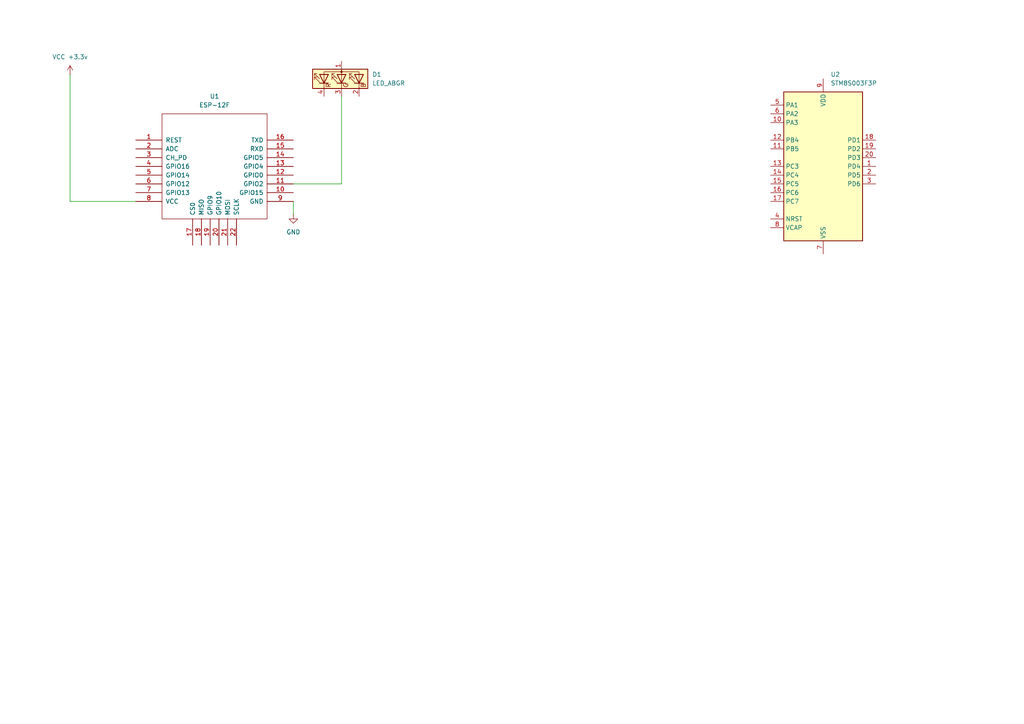
<source format=kicad_sch>
(kicad_sch (version 20250114) (generator "eeschema") (generator_version "9.0")
  (paper "A4")
  (lib_symbols
    (symbol "Device:LED_ABGR" (pin_names (offset 0) (hide yes))
      (property "Reference" "D" (at 0 9.398 0))
      (property "Value" "LED_ABGR" (at 0 -8.89 0))
      (symbol "LED_ABGR_0_0"
        (text "R" (at -1.905 3.81 0) (effects (font (size 1.27 1.27))))
        (text "G" (at -1.905 -1.27 0) (effects (font (size 1.27 1.27))))
        (text "B" (at -1.905 -6.35 0) (effects (font (size 1.27 1.27))))
      )
      (symbol "LED_ABGR_0_1"
        (polyline (pts (xy -1.27 6.35) (xy -1.27 3.81)) (stroke (width 0.254)))
        (polyline (pts (xy -1.27 6.35) (xy -1.27 3.81) (xy -1.27 3.81)))
        (polyline (pts (xy -1.27 5.08) (xy -2.54 5.08)))
        (polyline (pts (xy -1.27 5.08) (xy 1.27 5.08)))
        (polyline (pts (xy -1.27 1.27) (xy -1.27 -1.27)) (stroke (width 0.254)))
        (polyline (pts (xy -1.27 1.27) (xy -1.27 -1.27) (xy -1.27 -1.27)))
        (polyline (pts (xy -1.27 0) (xy -2.54 0)))
        (polyline (pts (xy -1.27 -3.81) (xy -1.27 -6.35)) (stroke (width 0.254)))
        (polyline (pts (xy -1.27 -5.08) (xy -2.54 -5.08)))
        (polyline (pts (xy -1.27 -5.08) (xy 1.27 -5.08)))
        (polyline (pts (xy -1.016 6.35) (xy 0.508 7.874) (xy -0.254 7.874) (xy 0.508 7.874) (xy 0.508 7.112)))
        (polyline (pts (xy -1.016 1.27) (xy 0.508 2.794) (xy -0.254 2.794) (xy 0.508 2.794) (xy 0.508 2.032)))
        (polyline (pts (xy -1.016 -3.81) (xy 0.508 -2.286) (xy -0.254 -2.286) (xy 0.508 -2.286) (xy 0.508 -3.048)))
        (polyline (pts (xy 0 6.35) (xy 1.524 7.874) (xy 0.762 7.874) (xy 1.524 7.874) (xy 1.524 7.112)))
        (polyline (pts (xy 0 1.27) (xy 1.524 2.794) (xy 0.762 2.794) (xy 1.524 2.794) (xy 1.524 2.032)))
        (polyline (pts (xy 0 -3.81) (xy 1.524 -2.286) (xy 0.762 -2.286) (xy 1.524 -2.286) (xy 1.524 -3.048)))
        (polyline (pts (xy 1.27 6.35) (xy 1.27 3.81) (xy -1.27 5.08) (xy 1.27 6.35)) (stroke (width 0.254)))
        (rectangle (start 1.27 6.35) (end 1.27 6.35))
        (rectangle (start 1.27 3.81) (end 1.27 6.35))
        (polyline (pts (xy 1.27 1.27) (xy 1.27 -1.27) (xy -1.27 0) (xy 1.27 1.27)) (stroke (width 0.254)))
        (rectangle (start 1.27 1.27) (end 1.27 1.27))
        (polyline (pts (xy 1.27 0) (xy -1.27 0)))
        (polyline (pts (xy 1.27 0) (xy 2.54 0)))
        (rectangle (start 1.27 -1.27) (end 1.27 1.27))
        (polyline (pts (xy 1.27 -3.81) (xy 1.27 -6.35) (xy -1.27 -5.08) (xy 1.27 -3.81)) (stroke (width 0.254)))
        (polyline (pts (xy 1.27 -5.08) (xy 2.032 -5.08) (xy 2.032 5.08) (xy 1.27 5.08)))
        (circle (center 2.032 0) (radius 0.254) (fill (type outline)))
        (rectangle (start 2.794 8.382) (end -2.794 -7.62) (stroke (width 0.254)) (fill (type background)))
      )
      (symbol "LED_ABGR_1_1"
        (pin passive line (at -5.08 5.08 0) (length 2.54) (name "RK") (number "4"))
        (pin passive line (at -5.08 0 0) (length 2.54) (name "GK") (number "3"))
        (pin passive line (at -5.08 -5.08 0) (length 2.54) (name "BK") (number "2"))
        (pin passive line (at 5.08 0 180) (length 2.54) (name "A") (number "1"))
      )
    )
    (symbol "ESP8266:ESP-12F" (pin_names (offset 1.016))
      (property "Reference" "U" (at 0 -2.54 0))
      (property "Value" "ESP-12F" (at 0 2.54 0))
      (symbol "ESP-12F_1_0"
        (rectangle (start -15.24 -15.24) (end 15.24 15.24))
      )
      (symbol "ESP-12F_1_1"
        (pin input line (at -22.86 7.62 0) (length 7.62) (name "REST") (number "1"))
        (pin passive line (at -22.86 5.08 0) (length 7.62) (name "ADC") (number "2"))
        (pin input line (at -22.86 2.54 0) (length 7.62) (name "CH_PD") (number "3"))
        (pin bidirectional line (at -22.86 0 0) (length 7.62) (name "GPIO16") (number "4"))
        (pin bidirectional line (at -22.86 -2.54 0) (length 7.62) (name "GPIO14") (number "5"))
        (pin bidirectional line (at -22.86 -5.08 0) (length 7.62) (name "GPIO12") (number "6"))
        (pin bidirectional line (at -22.86 -7.62 0) (length 7.62) (name "GPIO13") (number "7"))
        (pin power_in line (at -22.86 -10.16 0) (length 7.62) (name "VCC") (number "8"))
        (pin bidirectional line (at -6.35 -22.86 90) (length 7.62) (name "CS0") (number "17"))
        (pin bidirectional line (at -3.81 -22.86 90) (length 7.62) (name "MISO") (number "18"))
        (pin bidirectional line (at -1.27 -22.86 90) (length 7.62) (name "GPIO9") (number "19"))
        (pin bidirectional line (at 1.27 -22.86 90) (length 7.62) (name "GPIO10") (number "20"))
        (pin bidirectional line (at 3.81 -22.86 90) (length 7.62) (name "MOSI") (number "21"))
        (pin bidirectional line (at 6.35 -22.86 90) (length 7.62) (name "SCLK") (number "22"))
        (pin output line (at 22.86 7.62 180) (length 7.62) (name "TXD") (number "16"))
        (pin input line (at 22.86 5.08 180) (length 7.62) (name "RXD") (number "15"))
        (pin bidirectional line (at 22.86 2.54 180) (length 7.62) (name "GPIO5") (number "14"))
        (pin bidirectional line (at 22.86 0 180) (length 7.62) (name "GPIO4") (number "13"))
        (pin bidirectional line (at 22.86 -2.54 180) (length 7.62) (name "GPIO0") (number "12"))
        (pin bidirectional line (at 22.86 -5.08 180) (length 7.62) (name "GPIO2") (number "11"))
        (pin bidirectional line (at 22.86 -7.62 180) (length 7.62) (name "GPIO15") (number "10"))
        (pin power_in line (at 22.86 -10.16 180) (length 7.62) (name "GND") (number "9"))
      )
    )
    (symbol "MCU_ST_STM8:STM8S003F3P"
      (property "Reference" "U" (at 1.27 25.4 0))
      (property "Value" "STM8S003F3P" (at 1.27 22.86 0))
      (symbol "STM8S003F3P_0_1"
        (rectangle (start -11.43 21.59) (end 11.43 -21.59) (stroke (width 0.254)) (fill (type background)))
      )
      (symbol "STM8S003F3P_1_1"
        (pin bidirectional line (at -15.24 17.78 0) (length 3.81) (name "PA1") (number "5"))
        (pin bidirectional line (at -15.24 15.24 0) (length 3.81) (name "PA2") (number "6"))
        (pin bidirectional line (at -15.24 12.7 0) (length 3.81) (name "PA3") (number "10"))
        (pin bidirectional line (at -15.24 7.62 0) (length 3.81) (name "PB4") (number "12"))
        (pin bidirectional line (at -15.24 5.08 0) (length 3.81) (name "PB5") (number "11"))
        (pin bidirectional line (at -15.24 0 0) (length 3.81) (name "PC3") (number "13"))
        (pin bidirectional line (at -15.24 -2.54 0) (length 3.81) (name "PC4") (number "14"))
        (pin bidirectional line (at -15.24 -5.08 0) (length 3.81) (name "PC5") (number "15"))
        (pin bidirectional line (at -15.24 -7.62 0) (length 3.81) (name "PC6") (number "16"))
        (pin bidirectional line (at -15.24 -10.16 0) (length 3.81) (name "PC7") (number "17"))
        (pin input line (at -15.24 -15.24 0) (length 3.81) (name "NRST") (number "4"))
        (pin passive line (at -15.24 -17.78 0) (length 3.81) (name "VCAP") (number "8"))
        (pin power_in line (at 0 25.4 270) (length 3.81) (name "VDD") (number "9"))
        (pin power_in line (at 0 -25.4 90) (length 3.81) (name "VSS") (number "7"))
        (pin bidirectional line (at 15.24 7.62 180) (length 3.81) (name "PD1") (number "18"))
        (pin bidirectional line (at 15.24 5.08 180) (length 3.81) (name "PD2") (number "19"))
        (pin bidirectional line (at 15.24 2.54 180) (length 3.81) (name "PD3") (number "20"))
        (pin bidirectional line (at 15.24 0 180) (length 3.81) (name "PD4") (number "1"))
        (pin bidirectional line (at 15.24 -2.54 180) (length 3.81) (name "PD5") (number "2"))
        (pin bidirectional line (at 15.24 -5.08 180) (length 3.81) (name "PD6") (number "3"))
      )
    )
    (symbol "power:GND" (power) (pin_numbers (hide yes)) (pin_names (offset 0) (hide yes))
      (property "Value" "GND" (at 0 -3.81 0))
      (symbol "GND_0_1"
        (polyline (pts (xy 0 0) (xy 0 -1.27) (xy 1.27 -1.27) (xy 0 -2.54) (xy -1.27 -1.27) (xy 0 -1.27)))
      )
      (symbol "GND_1_1"
        (pin power_in line (at 0 0 270) (length 0) (name "~") (number "1"))
      )
    )
    (symbol "power:VCC" (power) (pin_numbers (hide yes)) (pin_names (offset 0) (hide yes))
      (property "Value" "VCC" (at 0 3.556 0))
      (symbol "VCC_0_1"
        (polyline (pts (xy -0.762 1.27) (xy 0 2.54)))
        (polyline (pts (xy 0 2.54) (xy 0.762 1.27)))
        (polyline (pts (xy 0 0) (xy 0 2.54)))
      )
      (symbol "VCC_1_1"
        (pin power_in line (at 0 0 90) (length 0) (name "~") (number "1"))
      )
    )
  )
  (wire (pts (xy 39.37 58.42) (xy 20.32 58.42)))
  (wire (pts (xy 20.32 58.42) (xy 20.32 21.59)))
  (wire (pts (xy 85.09 58.42) (xy 85.09 62.23)))
  (wire (pts (xy 99.06 53.34) (xy 99.06 27.94)))
  (wire (pts (xy 85.09 53.34) (xy 99.06 53.34)))
  (symbol (lib_id "power:GND") (at 85.09 62.23 0) (unit 1)
    (property "Reference" "#PWR02" (effects (hide yes)))
    (property "Value" "GND" (at 85.09 67.31 0))
    (property "Description" "Power symbol creates a global label with name \"GND\" , ground" (effects (hide yes)))
  )
  (symbol (lib_id "ESP8266:ESP-12F") (at 62.23 48.26 0) (unit 1)
    (property "Reference" "U1" (at 62.23 27.94 0))
    (property "Value" "ESP-12F" (at 62.23 30.48 0))
    (property "Datasheet" "http://l0l.org.uk/2014/12/esp8266-modules-hardware-guide-gotta-catch-em-all/" (effects (hide yes)))
    (property "Description" "ESP8266 ESP-12E module, 22 pins, 2mm, PCB antenna" (effects (hide yes)))
  )
  (symbol (lib_id "Device:LED_ABGR") (at 99.06 22.86 90) (unit 1)
    (property "Reference" "D1" (at 107.95 21.5899 90) (effects (justify right)))
    (property "Value" "LED_ABGR" (at 107.95 24.1299 90) (effects (justify right)))
    (property "Description" "RGB LED, anode/blue/green/red" (effects (hide yes)))
  )
  (symbol (lib_id "power:VCC") (at 20.32 21.59 0) (unit 1)
    (property "Reference" "#PWR01" (effects (hide yes)))
    (property "Value" "VCC +3.3v" (at 20.32 16.51 0))
    (property "Description" "Power symbol creates a global label with name \"VCC\"" (effects (hide yes)))
  )
  (symbol (lib_id "MCU_ST_STM8:STM8S003F3P") (at 238.76 48.26 0) (unit 1)
    (property "Reference" "U2" (at 240.9033 21.59 0) (effects (justify left)))
    (property "Value" "STM8S003F3P" (at 240.9033 24.13 0) (effects (justify left)))
    (property "Footprint" "Package_SO:TSSOP-20_4.4x6.5mm_P0.65mm" (effects (hide yes)))
    (property "Datasheet" "http://www.st.com/st-web-ui/static/active/en/resource/technical/document/datasheet/DM00024550.pdf" (effects (hide yes)))
    (property "Description" "16MHz, 8K Flash, 1K RAM, 128 EEPROM, USART, I²C, SPI, TSSOP-20" (effects (hide yes)))
  )
)
</source>
